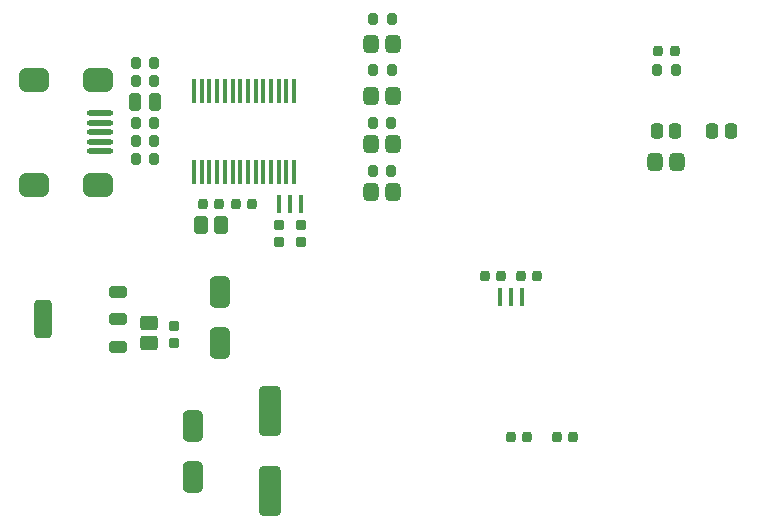
<source format=gtp>
%FSTAX43Y43*%
%MOMM*%
G71*
G01*
G75*
G04 Layer_Color=9634006*
G04:AMPARAMS|DCode=10|XSize=0.9mm|YSize=0.8mm|CornerRadius=0.2mm|HoleSize=0mm|Usage=FLASHONLY|Rotation=90.000|XOffset=0mm|YOffset=0mm|HoleType=Round|Shape=RoundedRectangle|*
%AMROUNDEDRECTD10*
21,1,0.900,0.400,0,0,90.0*
21,1,0.500,0.800,0,0,90.0*
1,1,0.400,0.200,0.250*
1,1,0.400,0.200,-0.250*
1,1,0.400,-0.200,-0.250*
1,1,0.400,-0.200,0.250*
%
%ADD10ROUNDEDRECTD10*%
G04:AMPARAMS|DCode=11|XSize=4.3mm|YSize=1.9mm|CornerRadius=0.475mm|HoleSize=0mm|Usage=FLASHONLY|Rotation=270.000|XOffset=0mm|YOffset=0mm|HoleType=Round|Shape=RoundedRectangle|*
%AMROUNDEDRECTD11*
21,1,4.300,0.950,0,0,270.0*
21,1,3.350,1.900,0,0,270.0*
1,1,0.950,-0.475,-1.675*
1,1,0.950,-0.475,1.675*
1,1,0.950,0.475,1.675*
1,1,0.950,0.475,-1.675*
%
%ADD11ROUNDEDRECTD11*%
G04:AMPARAMS|DCode=12|XSize=1.5mm|YSize=1.25mm|CornerRadius=0.313mm|HoleSize=0mm|Usage=FLASHONLY|Rotation=0.000|XOffset=0mm|YOffset=0mm|HoleType=Round|Shape=RoundedRectangle|*
%AMROUNDEDRECTD12*
21,1,1.500,0.625,0,0,0.0*
21,1,0.875,1.250,0,0,0.0*
1,1,0.625,0.438,-0.313*
1,1,0.625,-0.438,-0.313*
1,1,0.625,-0.438,0.313*
1,1,0.625,0.438,0.313*
%
%ADD12ROUNDEDRECTD12*%
G04:AMPARAMS|DCode=13|XSize=0.9mm|YSize=0.8mm|CornerRadius=0.2mm|HoleSize=0mm|Usage=FLASHONLY|Rotation=180.000|XOffset=0mm|YOffset=0mm|HoleType=Round|Shape=RoundedRectangle|*
%AMROUNDEDRECTD13*
21,1,0.900,0.400,0,0,180.0*
21,1,0.500,0.800,0,0,180.0*
1,1,0.400,-0.250,0.200*
1,1,0.400,0.250,0.200*
1,1,0.400,0.250,-0.200*
1,1,0.400,-0.250,-0.200*
%
%ADD13ROUNDEDRECTD13*%
G04:AMPARAMS|DCode=14|XSize=1.5mm|YSize=1.25mm|CornerRadius=0.313mm|HoleSize=0mm|Usage=FLASHONLY|Rotation=90.000|XOffset=0mm|YOffset=0mm|HoleType=Round|Shape=RoundedRectangle|*
%AMROUNDEDRECTD14*
21,1,1.500,0.625,0,0,90.0*
21,1,0.875,1.250,0,0,90.0*
1,1,0.625,0.313,0.438*
1,1,0.625,0.313,-0.438*
1,1,0.625,-0.313,-0.438*
1,1,0.625,-0.313,0.438*
%
%ADD14ROUNDEDRECTD14*%
G04:AMPARAMS|DCode=15|XSize=2.65mm|YSize=1.75mm|CornerRadius=0.438mm|HoleSize=0mm|Usage=FLASHONLY|Rotation=90.000|XOffset=0mm|YOffset=0mm|HoleType=Round|Shape=RoundedRectangle|*
%AMROUNDEDRECTD15*
21,1,2.650,0.875,0,0,90.0*
21,1,1.775,1.750,0,0,90.0*
1,1,0.875,0.438,0.887*
1,1,0.875,0.438,-0.887*
1,1,0.875,-0.438,-0.887*
1,1,0.875,-0.438,0.887*
%
%ADD15ROUNDEDRECTD15*%
G04:AMPARAMS|DCode=16|XSize=3.28mm|YSize=1.5mm|CornerRadius=0.375mm|HoleSize=0mm|Usage=FLASHONLY|Rotation=270.000|XOffset=0mm|YOffset=0mm|HoleType=Round|Shape=RoundedRectangle|*
%AMROUNDEDRECTD16*
21,1,3.280,0.750,0,0,270.0*
21,1,2.530,1.500,0,0,270.0*
1,1,0.750,-0.375,-1.265*
1,1,0.750,-0.375,1.265*
1,1,0.750,0.375,1.265*
1,1,0.750,0.375,-1.265*
%
%ADD16ROUNDEDRECTD16*%
G04:AMPARAMS|DCode=17|XSize=1mm|YSize=1.5mm|CornerRadius=0.25mm|HoleSize=0mm|Usage=FLASHONLY|Rotation=270.000|XOffset=0mm|YOffset=0mm|HoleType=Round|Shape=RoundedRectangle|*
%AMROUNDEDRECTD17*
21,1,1.000,1.000,0,0,270.0*
21,1,0.500,1.500,0,0,270.0*
1,1,0.500,-0.500,-0.250*
1,1,0.500,-0.500,0.250*
1,1,0.500,0.500,0.250*
1,1,0.500,0.500,-0.250*
%
%ADD17ROUNDEDRECTD17*%
G04:AMPARAMS|DCode=18|XSize=1.3mm|YSize=1mm|CornerRadius=0.25mm|HoleSize=0mm|Usage=FLASHONLY|Rotation=270.000|XOffset=0mm|YOffset=0mm|HoleType=Round|Shape=RoundedRectangle|*
%AMROUNDEDRECTD18*
21,1,1.300,0.500,0,0,270.0*
21,1,0.800,1.000,0,0,270.0*
1,1,0.500,-0.250,-0.400*
1,1,0.500,-0.250,0.400*
1,1,0.500,0.250,0.400*
1,1,0.500,0.250,-0.400*
%
%ADD18ROUNDEDRECTD18*%
G04:AMPARAMS|DCode=19|XSize=1.5mm|YSize=1.3mm|CornerRadius=0.325mm|HoleSize=0mm|Usage=FLASHONLY|Rotation=90.000|XOffset=0mm|YOffset=0mm|HoleType=Round|Shape=RoundedRectangle|*
%AMROUNDEDRECTD19*
21,1,1.500,0.650,0,0,90.0*
21,1,0.850,1.300,0,0,90.0*
1,1,0.650,0.325,0.425*
1,1,0.650,0.325,-0.425*
1,1,0.650,-0.325,-0.425*
1,1,0.650,-0.325,0.425*
%
%ADD19ROUNDEDRECTD19*%
G04:AMPARAMS|DCode=20|XSize=0.8mm|YSize=1mm|CornerRadius=0.2mm|HoleSize=0mm|Usage=FLASHONLY|Rotation=180.000|XOffset=0mm|YOffset=0mm|HoleType=Round|Shape=RoundedRectangle|*
%AMROUNDEDRECTD20*
21,1,0.800,0.600,0,0,180.0*
21,1,0.400,1.000,0,0,180.0*
1,1,0.400,-0.200,0.300*
1,1,0.400,0.200,0.300*
1,1,0.400,0.200,-0.300*
1,1,0.400,-0.200,-0.300*
%
%ADD20ROUNDEDRECTD20*%
%ADD21O,0.400X2.100*%
G04:AMPARAMS|DCode=22|XSize=1.6mm|YSize=0.4mm|CornerRadius=0.1mm|HoleSize=0mm|Usage=FLASHONLY|Rotation=270.000|XOffset=0mm|YOffset=0mm|HoleType=Round|Shape=RoundedRectangle|*
%AMROUNDEDRECTD22*
21,1,1.600,0.200,0,0,270.0*
21,1,1.400,0.400,0,0,270.0*
1,1,0.200,-0.100,-0.700*
1,1,0.200,-0.100,0.700*
1,1,0.200,0.100,0.700*
1,1,0.200,0.100,-0.700*
%
%ADD22ROUNDEDRECTD22*%
G04:AMPARAMS|DCode=23|XSize=2.5mm|YSize=2mm|CornerRadius=0.5mm|HoleSize=0mm|Usage=FLASHONLY|Rotation=180.000|XOffset=0mm|YOffset=0mm|HoleType=Round|Shape=RoundedRectangle|*
%AMROUNDEDRECTD23*
21,1,2.500,1.000,0,0,180.0*
21,1,1.500,2.000,0,0,180.0*
1,1,1.000,-0.750,0.500*
1,1,1.000,0.750,0.500*
1,1,1.000,0.750,-0.500*
1,1,1.000,-0.750,-0.500*
%
%ADD23ROUNDEDRECTD23*%
%ADD24O,2.250X0.500*%
G04:AMPARAMS|DCode=25|XSize=1.5mm|YSize=1mm|CornerRadius=0.25mm|HoleSize=0mm|Usage=FLASHONLY|Rotation=90.000|XOffset=0mm|YOffset=0mm|HoleType=Round|Shape=RoundedRectangle|*
%AMROUNDEDRECTD25*
21,1,1.500,0.500,0,0,90.0*
21,1,1.000,1.000,0,0,90.0*
1,1,0.500,0.250,0.500*
1,1,0.500,0.250,-0.500*
1,1,0.500,-0.250,-0.500*
1,1,0.500,-0.250,0.500*
%
%ADD25ROUNDEDRECTD25*%
%ADD26C,0.300*%
%ADD27C,0.400*%
%ADD28C,0.500*%
%ADD29C,1.000*%
%ADD30C,1.500*%
%ADD31C,0.800*%
%ADD32C,0.700*%
%ADD33C,1.000*%
%ADD34C,1.300*%
%ADD35C,1.600*%
G04:AMPARAMS|DCode=36|XSize=2.54mm|YSize=4.064mm|CornerRadius=0.635mm|HoleSize=0mm|Usage=FLASHONLY|Rotation=0.000|XOffset=0mm|YOffset=0mm|HoleType=Round|Shape=RoundedRectangle|*
%AMROUNDEDRECTD36*
21,1,2.540,2.794,0,0,0.0*
21,1,1.270,4.064,0,0,0.0*
1,1,1.270,0.635,-1.397*
1,1,1.270,-0.635,-1.397*
1,1,1.270,-0.635,1.397*
1,1,1.270,0.635,1.397*
%
%ADD36ROUNDEDRECTD36*%
G04:AMPARAMS|DCode=37|XSize=4.064mm|YSize=2.54mm|CornerRadius=0.635mm|HoleSize=0mm|Usage=FLASHONLY|Rotation=0.000|XOffset=0mm|YOffset=0mm|HoleType=Round|Shape=RoundedRectangle|*
%AMROUNDEDRECTD37*
21,1,4.064,1.270,0,0,0.0*
21,1,2.794,2.540,0,0,0.0*
1,1,1.270,1.397,-0.635*
1,1,1.270,-1.397,-0.635*
1,1,1.270,-1.397,0.635*
1,1,1.270,1.397,0.635*
%
%ADD37ROUNDEDRECTD37*%
%ADD38C,0.700*%
%ADD39C,0.800*%
%ADD40C,3.200*%
%ADD41C,0.200*%
%ADD42C,0.250*%
%ADD43C,0.013*%
%ADD44C,0.006*%
D10*
X00805Y00483D02*
D03*
X00819D02*
D03*
X00858Y00483D02*
D03*
X00844D02*
D03*
X0082742Y0061976D02*
D03*
X0081342D02*
D03*
X0078294Y0061976D02*
D03*
X0079694D02*
D03*
X0057212Y0068072D02*
D03*
X0058612D02*
D03*
X0054418Y0068072D02*
D03*
X0055818D02*
D03*
X0094376Y0081026D02*
D03*
X0092976D02*
D03*
D11*
X00601Y00437D02*
D03*
Y00505D02*
D03*
D12*
X00499Y0057975D02*
D03*
Y0056225D02*
D03*
D13*
X0052Y00563D02*
D03*
Y00577D02*
D03*
X0062738Y0064832D02*
D03*
Y0066232D02*
D03*
X0060838D02*
D03*
Y0064832D02*
D03*
D14*
X0054243Y0066294D02*
D03*
X0055993D02*
D03*
D15*
X00536Y004495D02*
D03*
Y004925D02*
D03*
X005588Y005627D02*
D03*
Y006057D02*
D03*
D16*
X00409Y0058255D02*
D03*
D17*
X00472Y0060555D02*
D03*
Y0058255D02*
D03*
Y0055955D02*
D03*
D18*
X009757Y0074184D02*
D03*
X009917D02*
D03*
X0094439D02*
D03*
X009284D02*
D03*
D19*
X0092689Y0071584D02*
D03*
X009459D02*
D03*
X006865Y008156D02*
D03*
X007055D02*
D03*
Y00772D02*
D03*
X006865D02*
D03*
X0068646Y0073152D02*
D03*
X0070546D02*
D03*
Y0069088D02*
D03*
X0068646D02*
D03*
D20*
X0092863Y0079375D02*
D03*
X0094463D02*
D03*
X00688Y00794D02*
D03*
X00704D02*
D03*
X00688Y00837D02*
D03*
X00704D02*
D03*
X005033Y008001D02*
D03*
X004873D02*
D03*
X005033Y0078486D02*
D03*
X004873D02*
D03*
X004873Y007493D02*
D03*
X005033D02*
D03*
X005033Y0071882D02*
D03*
X004873D02*
D03*
X004873Y0073406D02*
D03*
X005033D02*
D03*
X0068796Y0070866D02*
D03*
X0070396D02*
D03*
X0068796Y007493D02*
D03*
X0070396D02*
D03*
D21*
X0062137Y0077618D02*
D03*
X0061487D02*
D03*
X0060837D02*
D03*
X0060187D02*
D03*
X0059537D02*
D03*
X0058887D02*
D03*
X0058237D02*
D03*
X0057587D02*
D03*
X0056937D02*
D03*
X0056287D02*
D03*
X0055637D02*
D03*
X0054987D02*
D03*
X0054337D02*
D03*
X0053687D02*
D03*
X0062137Y0070718D02*
D03*
X0061487D02*
D03*
X0060837D02*
D03*
X0060187D02*
D03*
X0059537D02*
D03*
X0058887D02*
D03*
X0058237D02*
D03*
X0057587D02*
D03*
X0056937D02*
D03*
X0056287D02*
D03*
X0055637D02*
D03*
X0054987D02*
D03*
X0054337D02*
D03*
X0053687D02*
D03*
D22*
X0081468Y0060198D02*
D03*
X0080518D02*
D03*
X0079568D02*
D03*
X006085Y0068D02*
D03*
X00618D02*
D03*
X006275D02*
D03*
D23*
X0040125Y007855D02*
D03*
X0045575D02*
D03*
X0040125Y006965D02*
D03*
X0045575D02*
D03*
D24*
X00457Y00757D02*
D03*
Y00749D02*
D03*
Y00741D02*
D03*
Y00733D02*
D03*
Y00725D02*
D03*
D25*
X0048655Y0076708D02*
D03*
X0050405D02*
D03*
M02*

</source>
